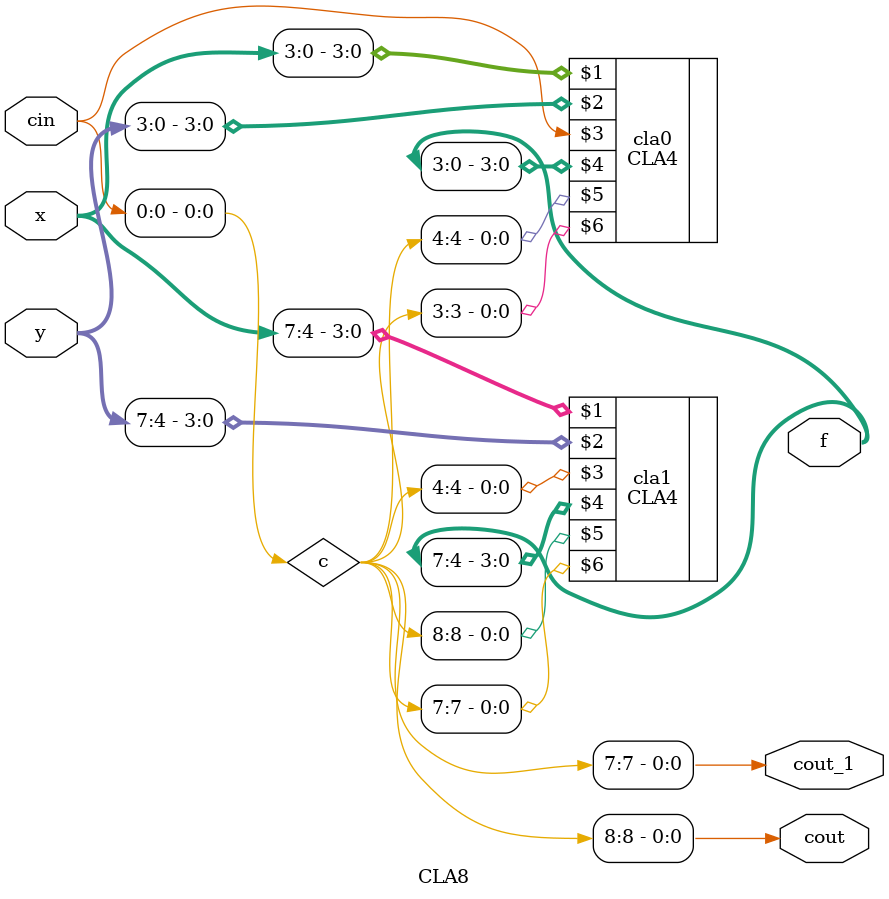
<source format=v>
`timescale 1ns / 1ps


module CLA8(
    input [7:0] x, y,
    input cin,
    output [7:0] f,
    output cout,
    output cout_1
    );
    wire [8:0] c;
    assign c[0] = cin;
    CLA4 cla0(x[3:0], y[3:0], c[0], f[3:0], c[4], c[3]);
    CLA4 cla1(x[7:4], y[7:4], c[4], f[7:4], c[8], c[7]);
    assign cout = c[8];
    assign cout_1 = c[7];
endmodule

</source>
